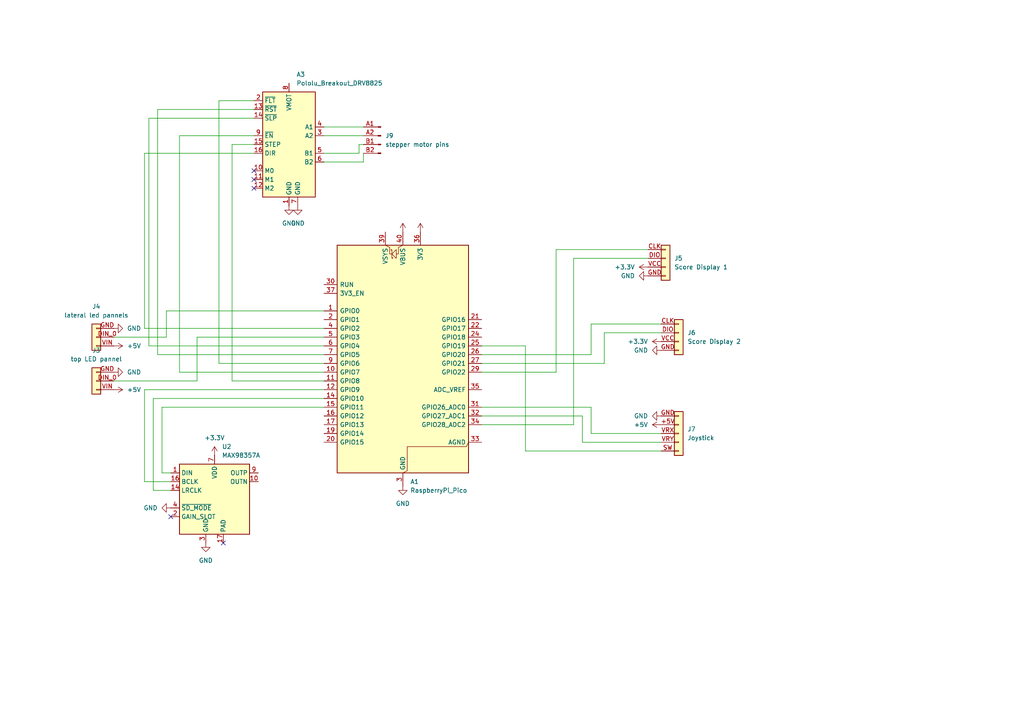
<source format=kicad_sch>
(kicad_sch (version 20250114) (generator "eeschema") (generator_version "9.0")
  (paper "A4")
  (lib_symbols
    (symbol "Audio:MAX98357A"
      (property "Reference" "U" (at -8.89 11.43 0))
      (property "Value" "MAX98357A" (at 10.16 11.43 0))
      (symbol "MAX98357A_1_1"
        (rectangle (start -10.16 10.16) (end 10.16 -10.16) (stroke (width 0.254)) (fill (type background)))
        (pin input line (at -12.7 7.62 0) (length 2.54) (name "DIN") (number "1"))
        (pin input line (at -12.7 5.08 0) (length 2.54) (name "BCLK") (number "16"))
        (pin input line (at -12.7 2.54 0) (length 2.54) (name "LRCLK") (number "14"))
        (pin input line (at -12.7 -2.54 0) (length 2.54) (name "~{SD_MODE}") (number "4"))
        (pin passive line (at -12.7 -5.08 0) (length 2.54) (name "GAIN_SLOT") (number "2"))
        (pin passive line (at -2.54 -12.7 90) (length 2.54) (hide yes) (name "GND") (number "11"))
        (pin passive line (at -2.54 -12.7 90) (length 2.54) (hide yes) (name "GND") (number "15"))
        (pin power_in line (at -2.54 -12.7 90) (length 2.54) (name "GND") (number "3"))
        (pin power_in line (at 0 12.7 270) (length 2.54) (name "VDD") (number "7"))
        (pin passive line (at 0 12.7 270) (length 2.54) (hide yes) (name "VDD") (number "8"))
        (pin unspecified line (at 2.54 -12.7 90) (length 2.54) (name "PAD") (number "17"))
        (pin no_connect line (at 10.16 2.54 180) (length 2.54) (hide yes) (name "NC") (number "5"))
        (pin no_connect line (at 10.16 0 180) (length 2.54) (hide yes) (name "NC") (number "6"))
        (pin no_connect line (at 10.16 -5.08 180) (length 2.54) (hide yes) (name "NC") (number "12"))
        (pin no_connect line (at 10.16 -7.62 180) (length 2.54) (hide yes) (name "NC") (number "13"))
        (pin output line (at 12.7 7.62 180) (length 2.54) (name "OUTP") (number "9"))
        (pin output line (at 12.7 5.08 180) (length 2.54) (name "OUTN") (number "10"))
      )
    )
    (symbol "Connector:Conn_01x04_Pin" (pin_names (offset 1.016) (hide yes))
      (property "Reference" "J9" (at -1.27 -2.5401 0))
      (property "Value" "Conn_01x04_Pin" (at -1.27 -0.0001 0))
      (symbol "Conn_01x04_Pin_1_1"
        (rectangle (start 0.8636 2.667) (end 0 2.413) (stroke (width 0.1524)) (fill (type outline)))
        (rectangle (start 0.8636 0.127) (end 0 -0.127) (stroke (width 0.1524)) (fill (type outline)))
        (rectangle (start 0.8636 -2.413) (end 0 -2.667) (stroke (width 0.1524)) (fill (type outline)))
        (rectangle (start 0.8636 -4.953) (end 0 -5.207) (stroke (width 0.1524)) (fill (type outline)))
        (polyline (pts (xy 1.27 2.54) (xy 0.8636 2.54)) (stroke (width 0.1524)))
        (polyline (pts (xy 1.27 0) (xy 0.8636 0)) (stroke (width 0.1524)))
        (polyline (pts (xy 1.27 -2.54) (xy 0.8636 -2.54)) (stroke (width 0.1524)))
        (polyline (pts (xy 1.27 -5.08) (xy 0.8636 -5.08)) (stroke (width 0.1524)))
        (pin passive line (at 5.08 2.54 180) (length 3.81) (name "B2") (number "B2"))
        (pin passive line (at 5.08 0 180) (length 3.81) (name "B1") (number "B1"))
        (pin passive line (at 5.08 -2.54 180) (length 3.81) (name "A2") (number "A2"))
        (pin passive line (at 5.08 -5.08 180) (length 3.81) (name "A1") (number "A1"))
      )
    )
    (symbol "Connector_Generic:Conn_01x03" (pin_names (offset 1.016) (hide yes))
      (property "Reference" "J3" (at 2.54 1.2701 0))
      (property "Value" "Conn_01x03" (at 2.54 -1.2699 0))
      (symbol "Conn_01x03_1_1"
        (rectangle (start -1.27 3.81) (end 1.27 -3.81) (stroke (width 0.254)) (fill (type background)))
        (rectangle (start -1.27 2.667) (end 0 2.413) (stroke (width 0.1524)))
        (rectangle (start -1.27 0.127) (end 0 -0.127) (stroke (width 0.1524)))
        (rectangle (start -1.27 -2.413) (end 0 -2.667) (stroke (width 0.1524)))
        (pin passive line (at -5.08 2.54 0) (length 3.81) (name "VIN") (number "VIN"))
        (pin passive line (at -5.08 0 0) (length 3.81) (name "DIN_0") (number "DIN_0"))
        (pin passive line (at -5.08 -2.54 0) (length 3.81) (name "GND") (number "GND"))
      )
    )
    (symbol "Connector_Generic:Conn_01x04" (pin_names (offset 1.016) (hide yes))
      (property "Reference" "J5" (at 2.54 0.0001 0))
      (property "Value" "Score Display 1" (at 2.54 -2.5399 0))
      (symbol "Conn_01x04_1_1"
        (rectangle (start -1.27 3.81) (end 1.27 -6.35) (stroke (width 0.254)) (fill (type background)))
        (rectangle (start -1.27 2.667) (end 0 2.413) (stroke (width 0.1524)))
        (rectangle (start -1.27 0.127) (end 0 -0.127) (stroke (width 0.1524)))
        (rectangle (start -1.27 -2.413) (end 0 -2.667) (stroke (width 0.1524)))
        (rectangle (start -1.27 -4.953) (end 0 -5.207) (stroke (width 0.1524)))
        (pin passive line (at -5.08 2.54 0) (length 3.81) (name "CLK") (number "CLK"))
        (pin passive line (at -5.08 0 0) (length 3.81) (name "DIO") (number "DIO"))
        (pin passive line (at -5.08 -2.54 0) (length 3.81) (name "VCC") (number "VCC"))
        (pin passive line (at -5.08 -5.08 0) (length 3.81) (name "GND") (number "GND"))
      )
    )
    (symbol "Connector_Generic:Conn_01x05" (pin_names (offset 1.016) (hide yes))
      (property "Reference" "J7" (at 2.54 1.2701 0))
      (property "Value" "Joystick" (at 2.54 -1.2699 0))
      (symbol "Conn_01x05_1_1"
        (rectangle (start -1.27 6.35) (end 1.27 -6.35) (stroke (width 0.254)) (fill (type background)))
        (rectangle (start -1.27 5.207) (end 0 4.953) (stroke (width 0.1524)))
        (rectangle (start -1.27 2.667) (end 0 2.413) (stroke (width 0.1524)))
        (rectangle (start -1.27 0.127) (end 0 -0.127) (stroke (width 0.1524)))
        (rectangle (start -1.27 -2.413) (end 0 -2.667) (stroke (width 0.1524)))
        (rectangle (start -1.27 -4.953) (end 0 -5.207) (stroke (width 0.1524)))
        (pin passive line (at -5.08 5.08 0) (length 3.81) (name "GND") (number "GND"))
        (pin passive line (at -5.08 2.54 0) (length 3.81) (name "+5V") (number "+5V"))
        (pin passive line (at -5.08 0 0) (length 3.81) (name "VRX") (number "VRX"))
        (pin passive line (at -5.08 -2.54 0) (length 3.81) (name "VRY") (number "VRY"))
        (pin passive line (at -5.08 -5.08 0) (length 3.81) (name "SW") (number "SW"))
      )
    )
    (symbol "Driver_Motor:Pololu_Breakout_DRV8825"
      (property "Reference" "A" (at -2.54 16.51 0))
      (property "Value" "Pololu_Breakout_DRV8825" (at -2.54 13.97 0))
      (symbol "Pololu_Breakout_DRV8825_0_1"
        (rectangle (start 7.62 -17.78) (end -7.62 12.7) (stroke (width 0.254)) (fill (type background)))
      )
      (symbol "Pololu_Breakout_DRV8825_1_1"
        (pin output line (at -10.16 10.16 0) (length 2.54) (name "~{FLT}") (number "2"))
        (pin input line (at -10.16 7.62 0) (length 2.54) (name "~{RST}") (number "13"))
        (pin input line (at -10.16 5.08 0) (length 2.54) (name "~{SLP}") (number "14"))
        (pin input line (at -10.16 0 0) (length 2.54) (name "~{EN}") (number "9"))
        (pin input line (at -10.16 -2.54 0) (length 2.54) (name "STEP") (number "15"))
        (pin input line (at -10.16 -5.08 0) (length 2.54) (name "DIR") (number "16"))
        (pin input line (at -10.16 -10.16 0) (length 2.54) (name "M0") (number "10"))
        (pin input line (at -10.16 -12.7 0) (length 2.54) (name "M1") (number "11"))
        (pin input line (at -10.16 -15.24 0) (length 2.54) (name "M2") (number "12"))
        (pin power_in line (at 0 15.24 270) (length 2.54) (name "VMOT") (number "8"))
        (pin power_in line (at 0 -20.32 90) (length 2.54) (name "GND") (number "1"))
        (pin power_in line (at 2.54 -20.32 90) (length 2.54) (name "GND") (number "7"))
        (pin output line (at 10.16 2.54 180) (length 2.54) (name "A1") (number "4"))
        (pin output line (at 10.16 0 180) (length 2.54) (name "A2") (number "3"))
        (pin output line (at 10.16 -5.08 180) (length 2.54) (name "B1") (number "5"))
        (pin output line (at 10.16 -7.62 180) (length 2.54) (name "B2") (number "6"))
      )
    )
    (symbol "MCU_Module:RaspberryPi_Pico" (pin_names (offset 0.762))
      (property "Reference" "A" (at -19.05 35.56 0))
      (property "Value" "RaspberryPi_Pico" (at 7.62 35.56 0))
      (symbol "RaspberryPi_Pico_0_1"
        (rectangle (start -19.05 34.29) (end 19.05 -31.75) (stroke (width 0.254)) (fill (type background)))
        (polyline (pts (xy -5.08 34.29) (xy -3.81 33.655) (xy -3.81 31.75) (xy -3.175 31.75)))
        (polyline (pts (xy -3.429 32.766) (xy -3.429 33.02) (xy -3.175 33.02) (xy -3.175 30.48) (xy -2.921 30.48) (xy -2.921 30.734)))
        (polyline (pts (xy -3.175 31.75) (xy -1.905 33.02) (xy -1.905 30.48) (xy -3.175 31.75)))
        (polyline (pts (xy 0 34.29) (xy -1.27 33.655) (xy -1.27 31.75) (xy -1.905 31.75)))
        (polyline (pts (xy 0 -31.75) (xy 1.27 -31.115) (xy 1.27 -24.13) (xy 18.415 -24.13) (xy 19.05 -22.86)))
      )
      (symbol "RaspberryPi_Pico_1_1"
        (pin passive line (at -22.86 22.86 0) (length 3.81) (name "RUN") (number "30"))
        (pin passive line (at -22.86 20.32 0) (length 3.81) (name "3V3_EN") (number "37"))
        (pin bidirectional line (at -22.86 15.24 0) (length 3.81) (name "GPIO0") (number "1"))
        (pin bidirectional line (at -22.86 12.7 0) (length 3.81) (name "GPIO1") (number "2"))
        (pin bidirectional line (at -22.86 10.16 0) (length 3.81) (name "GPIO2") (number "4"))
        (pin bidirectional line (at -22.86 7.62 0) (length 3.81) (name "GPIO3") (number "5"))
        (pin bidirectional line (at -22.86 5.08 0) (length 3.81) (name "GPIO4") (number "6"))
        (pin bidirectional line (at -22.86 2.54 0) (length 3.81) (name "GPIO5") (number "7"))
        (pin bidirectional line (at -22.86 0 0) (length 3.81) (name "GPIO6") (number "9"))
        (pin bidirectional line (at -22.86 -2.54 0) (length 3.81) (name "GPIO7") (number "10"))
        (pin bidirectional line (at -22.86 -5.08 0) (length 3.81) (name "GPIO8") (number "11"))
        (pin bidirectional line (at -22.86 -7.62 0) (length 3.81) (name "GPIO9") (number "12"))
        (pin bidirectional line (at -22.86 -10.16 0) (length 3.81) (name "GPIO10") (number "14"))
        (pin bidirectional line (at -22.86 -12.7 0) (length 3.81) (name "GPIO11") (number "15"))
        (pin bidirectional line (at -22.86 -15.24 0) (length 3.81) (name "GPIO12") (number "16"))
        (pin bidirectional line (at -22.86 -17.78 0) (length 3.81) (name "GPIO13") (number "17"))
        (pin bidirectional line (at -22.86 -20.32 0) (length 3.81) (name "GPIO14") (number "19"))
        (pin bidirectional line (at -22.86 -22.86 0) (length 3.81) (name "GPIO15") (number "20"))
        (pin power_in line (at -5.08 38.1 270) (length 3.81) (name "VSYS") (number "39"))
        (pin power_out line (at 0 38.1 270) (length 3.81) (name "VBUS") (number "40"))
        (pin passive line (at 0 -35.56 90) (length 3.81) (hide yes) (name "GND") (number "13"))
        (pin passive line (at 0 -35.56 90) (length 3.81) (hide yes) (name "GND") (number "18"))
        (pin passive line (at 0 -35.56 90) (length 3.81) (hide yes) (name "GND") (number "23"))
        (pin passive line (at 0 -35.56 90) (length 3.81) (hide yes) (name "GND") (number "28"))
        (pin power_out line (at 0 -35.56 90) (length 3.81) (name "GND") (number "3"))
        (pin passive line (at 0 -35.56 90) (length 3.81) (hide yes) (name "GND") (number "38"))
        (pin passive line (at 0 -35.56 90) (length 3.81) (hide yes) (name "GND") (number "8"))
        (pin power_out line (at 5.08 38.1 270) (length 3.81) (name "3V3") (number "36"))
        (pin bidirectional line (at 22.86 12.7 180) (length 3.81) (name "GPIO16") (number "21"))
        (pin bidirectional line (at 22.86 10.16 180) (length 3.81) (name "GPIO17") (number "22"))
        (pin bidirectional line (at 22.86 7.62 180) (length 3.81) (name "GPIO18") (number "24"))
        (pin bidirectional line (at 22.86 5.08 180) (length 3.81) (name "GPIO19") (number "25"))
        (pin bidirectional line (at 22.86 2.54 180) (length 3.81) (name "GPIO20") (number "26"))
        (pin bidirectional line (at 22.86 0 180) (length 3.81) (name "GPIO21") (number "27"))
        (pin bidirectional line (at 22.86 -2.54 180) (length 3.81) (name "GPIO22") (number "29"))
        (pin power_in line (at 22.86 -7.62 180) (length 3.81) (name "ADC_VREF") (number "35"))
        (pin bidirectional line (at 22.86 -12.7 180) (length 3.81) (name "GPIO26_ADC0") (number "31"))
        (pin bidirectional line (at 22.86 -15.24 180) (length 3.81) (name "GPIO27_ADC1") (number "32"))
        (pin bidirectional line (at 22.86 -17.78 180) (length 3.81) (name "GPIO28_ADC2") (number "34"))
        (pin power_out line (at 22.86 -22.86 180) (length 3.81) (name "AGND") (number "33"))
      )
    )
    (symbol "power:+3.3V" (power) (pin_numbers (hide yes)) (pin_names (offset 0) (hide yes))
      (property "Value" "+3.3V" (at 0 3.556 0))
      (symbol "+3.3V_0_1"
        (polyline (pts (xy -0.762 1.27) (xy 0 2.54)))
        (polyline (pts (xy 0 2.54) (xy 0.762 1.27)))
        (polyline (pts (xy 0 0) (xy 0 2.54)))
      )
      (symbol "+3.3V_1_1"
        (pin power_in line (at 0 0 90) (length 0) (name "~") (number "1"))
      )
    )
    (symbol "power:+3V3" (power) (pin_numbers (hide yes)) (pin_names (offset 0) (hide yes))
      (property "Value" "+3V3" (at 0 3.556 0))
      (symbol "+3V3_0_1"
        (polyline (pts (xy -0.762 1.27) (xy 0 2.54)))
        (polyline (pts (xy 0 2.54) (xy 0.762 1.27)))
        (polyline (pts (xy 0 0) (xy 0 2.54)))
      )
      (symbol "+3V3_1_1"
        (pin power_in line (at 0 0 90) (length 0) (name "~") (number "1"))
      )
    )
    (symbol "power:+5V" (power) (pin_numbers (hide yes)) (pin_names (offset 0) (hide yes))
      (property "Value" "+5V" (at 0 3.556 0))
      (symbol "+5V_0_1"
        (polyline (pts (xy -0.762 1.27) (xy 0 2.54)))
        (polyline (pts (xy 0 2.54) (xy 0.762 1.27)))
        (polyline (pts (xy 0 0) (xy 0 2.54)))
      )
      (symbol "+5V_1_1"
        (pin power_in line (at 0 0 90) (length 0) (name "~") (number "1"))
      )
    )
    (symbol "power:GND" (power) (pin_numbers (hide yes)) (pin_names (offset 0) (hide yes))
      (property "Value" "GND" (at 0 -3.81 0))
      (symbol "GND_0_1"
        (polyline (pts (xy 0 0) (xy 0 -1.27) (xy 1.27 -1.27) (xy 0 -2.54) (xy -1.27 -1.27) (xy 0 -1.27)))
      )
      (symbol "GND_1_1"
        (pin power_in line (at 0 0 270) (length 0) (name "~") (number "1"))
      )
    )
  )
  (no_connect (at 49.53 149.86))
  (no_connect (at 73.66 52.07))
  (no_connect (at 73.66 54.61))
  (no_connect (at 64.77 157.48))
  (no_connect (at 73.66 49.53))
  (wire (pts (xy 63.5 105.41) (xy 63.5 29.21)))
  (wire (pts (xy 93.98 115.57) (xy 44.45 115.57)))
  (wire (pts (xy 171.45 118.11) (xy 139.7 118.11)))
  (wire (pts (xy 171.45 125.73) (xy 171.45 118.11)))
  (wire (pts (xy 46.99 118.11) (xy 46.99 137.16)))
  (wire (pts (xy 67.31 41.91) (xy 67.31 110.49)))
  (wire (pts (xy 104.14 41.91) (xy 105.41 41.91)))
  (wire (pts (xy 93.98 118.11) (xy 46.99 118.11)))
  (wire (pts (xy 43.18 34.29) (xy 43.18 100.33)))
  (wire (pts (xy 93.98 44.45) (xy 104.14 44.45)))
  (wire (pts (xy 46.99 137.16) (xy 49.53 137.16)))
  (wire (pts (xy 93.98 95.25) (xy 41.91 95.25)))
  (wire (pts (xy 41.91 113.03) (xy 41.91 139.7)))
  (wire (pts (xy 52.07 39.37) (xy 52.07 107.95)))
  (wire (pts (xy 191.77 128.27) (xy 168.91 128.27)))
  (wire (pts (xy 93.98 100.33) (xy 43.18 100.33)))
  (wire (pts (xy 93.98 113.03) (xy 41.91 113.03)))
  (wire (pts (xy 67.31 41.91) (xy 73.66 41.91)))
  (wire (pts (xy 45.72 31.75) (xy 73.66 31.75)))
  (wire (pts (xy 171.45 93.98) (xy 191.77 93.98)))
  (wire (pts (xy 48.26 97.79) (xy 48.26 90.17)))
  (wire (pts (xy 57.15 110.49) (xy 57.15 97.79)))
  (wire (pts (xy 44.45 142.24) (xy 49.53 142.24)))
  (wire (pts (xy 161.29 72.39) (xy 187.96 72.39)))
  (wire (pts (xy 191.77 130.81) (xy 152.4 130.81)))
  (wire (pts (xy 139.7 102.87) (xy 171.45 102.87)))
  (wire (pts (xy 168.91 128.27) (xy 168.91 120.65)))
  (wire (pts (xy 152.4 100.33) (xy 139.7 100.33)))
  (wire (pts (xy 57.15 97.79) (xy 93.98 97.79)))
  (wire (pts (xy 93.98 107.95) (xy 52.07 107.95)))
  (wire (pts (xy 41.91 139.7) (xy 49.53 139.7)))
  (wire (pts (xy 166.37 74.93) (xy 187.96 74.93)))
  (wire (pts (xy 44.45 115.57) (xy 44.45 142.24)))
  (wire (pts (xy 175.26 105.41) (xy 175.26 96.52)))
  (wire (pts (xy 93.98 102.87) (xy 45.72 102.87)))
  (wire (pts (xy 41.91 44.45) (xy 73.66 44.45)))
  (wire (pts (xy 105.41 46.99) (xy 105.41 44.45)))
  (wire (pts (xy 33.02 97.79) (xy 48.26 97.79)))
  (wire (pts (xy 191.77 125.73) (xy 171.45 125.73)))
  (wire (pts (xy 48.26 90.17) (xy 93.98 90.17)))
  (wire (pts (xy 93.98 46.99) (xy 105.41 46.99)))
  (wire (pts (xy 152.4 130.81) (xy 152.4 100.33)))
  (wire (pts (xy 139.7 107.95) (xy 161.29 107.95)))
  (wire (pts (xy 93.98 105.41) (xy 63.5 105.41)))
  (wire (pts (xy 93.98 39.37) (xy 105.41 39.37)))
  (wire (pts (xy 139.7 123.19) (xy 166.37 123.19)))
  (wire (pts (xy 175.26 96.52) (xy 191.77 96.52)))
  (wire (pts (xy 166.37 123.19) (xy 166.37 74.93)))
  (wire (pts (xy 93.98 36.83) (xy 105.41 36.83)))
  (wire (pts (xy 161.29 107.95) (xy 161.29 72.39)))
  (wire (pts (xy 93.98 110.49) (xy 67.31 110.49)))
  (wire (pts (xy 104.14 44.45) (xy 104.14 41.91)))
  (wire (pts (xy 139.7 105.41) (xy 175.26 105.41)))
  (wire (pts (xy 43.18 34.29) (xy 73.66 34.29)))
  (wire (pts (xy 168.91 120.65) (xy 139.7 120.65)))
  (wire (pts (xy 63.5 29.21) (xy 73.66 29.21)))
  (wire (pts (xy 45.72 31.75) (xy 45.72 102.87)))
  (wire (pts (xy 171.45 102.87) (xy 171.45 93.98)))
  (wire (pts (xy 41.91 95.25) (xy 41.91 44.45)))
  (wire (pts (xy 33.02 110.49) (xy 57.15 110.49)))
  (wire (pts (xy 52.07 39.37) (xy 73.66 39.37)))
  (symbol (lib_id "Connector:Conn_01x04_Pin") (at 110.49 41.91 180) (unit 1)
    (property "Reference" "J9" (at 111.76 39.3699 0) (effects (justify right)))
    (property "Value" "stepper motor pins" (at 111.76 41.9099 0) (effects (justify right)))
    (property "Description" "Generic connector, single row, 01x04, script generated" (effects (hide yes)))
  )
  (symbol (lib_id "Connector_Generic:Conn_01x03") (at 27.94 110.49 180) (unit 1)
    (property "Reference" "J3" (at 27.94 101.6 0))
    (property "Value" "top LED pannel" (at 27.94 104.14 0))
    (property "Description" "Generic connector, single row, 01x03, script generated (kicad-library-utils/schlib/autogen/connector/)" (effects (hide yes)))
  )
  (symbol (lib_id "power:+5V") (at 191.77 123.19 90) (unit 1)
    (property "Reference" "#PWR016" (effects (hide yes)))
    (property "Value" "+5V" (at 187.96 123.1899 90) (effects (justify left)))
    (property "Description" "Power symbol creates a global label with name \"+5V\"" (effects (hide yes)))
  )
  (symbol (lib_id "power:GND") (at 116.84 140.97 0) (unit 1)
    (property "Reference" "#PWR03" (effects (hide yes)))
    (property "Value" "GND" (at 116.84 146.05 0))
    (property "Description" "Power symbol creates a global label with name \"GND\" , ground" (effects (hide yes)))
  )
  (symbol (lib_id "Connector_Generic:Conn_01x03") (at 27.94 97.79 180) (unit 1)
    (property "Reference" "J4" (at 27.94 88.9 0))
    (property "Value" "lateral led pannels" (at 27.94 91.44 0))
    (property "Description" "Generic connector, single row, 01x03, script generated (kicad-library-utils/schlib/autogen/connector/)" (effects (hide yes)))
  )
  (symbol (lib_id "MCU_Module:RaspberryPi_Pico") (at 116.84 105.41 0) (unit 1)
    (property "Reference" "A1" (at 118.9833 139.7 0) (effects (justify left)))
    (property "Value" "RaspberryPi_Pico" (at 118.9833 142.24 0) (effects (justify left)))
    (property "Footprint" "Module:RaspberryPi_Pico_Common_Unspecified" (effects (hide yes)))
    (property "Datasheet" "https://datasheets.raspberrypi.com/pico/pico-datasheet.pdf" (effects (hide yes)))
    (property "Description" "Versatile and inexpensive microcontroller module powered by RP2040 dual-core Arm Cortex-M0+ processor up to 133 MHz, 264kB SRAM, 2MB QSPI flash; also supports Raspberry Pi Pico 2" (effects (hide yes)))
  )
  (symbol (lib_id "power:GND") (at 33.02 95.25 90) (unit 1)
    (property "Reference" "#PWR05" (effects (hide yes)))
    (property "Value" "GND" (at 36.83 95.2499 90) (effects (justify right)))
    (property "Description" "Power symbol creates a global label with name \"GND\" , ground" (effects (hide yes)))
  )
  (symbol (lib_id "power:GND") (at 83.82 59.69 0) (unit 1)
    (property "Reference" "#PWR020" (effects (hide yes)))
    (property "Value" "GND" (at 83.82 64.77 0))
    (property "Description" "Power symbol creates a global label with name \"GND\" , ground" (effects (hide yes)))
  )
  (symbol (lib_id "power:GND") (at 59.69 157.48 0) (unit 1)
    (property "Reference" "#PWR01" (effects (hide yes)))
    (property "Value" "GND" (at 59.69 162.56 0))
    (property "Description" "Power symbol creates a global label with name \"GND\" , ground" (effects (hide yes)))
  )
  (symbol (lib_id "power:GND") (at 49.53 147.32 270) (unit 1)
    (property "Reference" "#PWR010" (effects (hide yes)))
    (property "Value" "GND" (at 45.72 147.3199 90) (effects (justify right)))
    (property "Description" "Power symbol creates a global label with name \"GND\" , ground" (effects (hide yes)))
  )
  (symbol (lib_id "power:GND") (at 86.36 59.69 0) (unit 1)
    (property "Reference" "#PWR021" (effects (hide yes)))
    (property "Value" "GND" (at 86.36 64.77 0))
    (property "Description" "Power symbol creates a global label with name \"GND\" , ground" (effects (hide yes)))
  )
  (symbol (lib_id "power:+5V") (at 33.02 100.33 270) (unit 1)
    (property "Reference" "#PWR08" (effects (hide yes)))
    (property "Value" "+5V" (at 36.83 100.3299 90) (effects (justify left)))
    (property "Description" "Power symbol creates a global label with name \"+5V\"" (effects (hide yes)))
  )
  (symbol (lib_id "power:+3.3V") (at 187.96 77.47 90) (unit 1)
    (property "Reference" "#PWR013" (effects (hide yes)))
    (property "Value" "+3.3V" (at 184.15 77.4699 90) (effects (justify left)))
    (property "Description" "Power symbol creates a global label with name \"+3.3V\"" (effects (hide yes)))
  )
  (symbol (lib_id "power:+3V3") (at 121.92 67.31 0) (unit 1)
    (property "Reference" "#PWR09" (effects (hide yes)))
    (property "Value" "+3V3" (effects (hide yes)))
    (property "Description" "Power symbol creates a global label with name \"+3V3\"" (effects (hide yes)))
  )
  (symbol (lib_id "Connector_Generic:Conn_01x04") (at 196.85 96.52 0) (unit 1)
    (property "Reference" "J6" (at 199.39 96.5199 0) (effects (justify left)))
    (property "Value" "Score Display 2" (at 199.39 99.0599 0) (effects (justify left)))
    (property "Description" "Generic connector, single row, 01x04, script generated (kicad-library-utils/schlib/autogen/connector/)" (effects (hide yes)))
  )
  (symbol (lib_id "power:GND") (at 191.77 120.65 270) (unit 1)
    (property "Reference" "#PWR015" (effects (hide yes)))
    (property "Value" "GND" (at 187.96 120.6499 90) (effects (justify right)))
    (property "Description" "Power symbol creates a global label with name \"GND\" , ground" (effects (hide yes)))
  )
  (symbol (lib_id "power:+3.3V") (at 191.77 99.06 90) (unit 1)
    (property "Reference" "#PWR014" (effects (hide yes)))
    (property "Value" "+3.3V" (at 187.96 99.0599 90) (effects (justify left)))
    (property "Description" "Power symbol creates a global label with name \"+3.3V\"" (effects (hide yes)))
  )
  (symbol (lib_id "Driver_Motor:Pololu_Breakout_DRV8825") (at 83.82 39.37 0) (unit 1)
    (property "Reference" "A3" (at 85.9633 21.59 0) (effects (justify left)))
    (property "Value" "Pololu_Breakout_DRV8825" (at 85.9633 24.13 0) (effects (justify left)))
    (property "Footprint" "Module:Pololu_Breakout-16_15.2x20.3mm" (effects (hide yes)))
    (property "Datasheet" "https://www.pololu.com/product/2982" (effects (hide yes)))
    (property "Description" "Pololu Breakout Board, Stepper Driver DRV8825" (effects (hide yes)))
  )
  (symbol (lib_id "power:+3.3V") (at 62.23 132.08 0) (unit 1)
    (property "Reference" "#PWR02" (effects (hide yes)))
    (property "Value" "+3.3V" (at 62.23 127 0))
    (property "Description" "Power symbol creates a global label with name \"+3.3V\"" (effects (hide yes)))
  )
  (symbol (lib_id "Audio:MAX98357A") (at 62.23 144.78 0) (unit 1)
    (property "Reference" "U2" (at 64.3733 129.54 0) (effects (justify left)))
    (property "Value" "MAX98357A" (at 64.3733 132.08 0) (effects (justify left)))
    (property "Footprint" "Package_DFN_QFN:TQFN-16-1EP_3x3mm_P0.5mm_EP1.23x1.23mm" (effects (hide yes)))
    (property "Datasheet" "https://www.analog.com/media/en/technical-documentation/data-sheets/MAX98357A-MAX98357B.pdf" (effects (hide yes)))
    (property "Description" "Mono DAC with amplifier, I2S, PCM, TDM, 32-bit, 96khz, 3.2W, TQFP-16" (effects (hide yes)))
  )
  (symbol (lib_id "power:+5V") (at 116.84 67.31 0) (unit 1)
    (property "Reference" "#PWR06" (effects (hide yes)))
    (property "Value" "+5V" (effects (hide yes)))
    (property "Description" "Power symbol creates a global label with name \"+5V\"" (effects (hide yes)))
  )
  (symbol (lib_id "Connector_Generic:Conn_01x05") (at 196.85 125.73 0) (unit 1)
    (property "Reference" "J7" (at 199.39 124.4599 0) (effects (justify left)))
    (property "Value" "Joystick" (at 199.39 126.9999 0) (effects (justify left)))
    (property "Description" "Generic connector, single row, 01x05, script generated (kicad-library-utils/schlib/autogen/connector/)" (effects (hide yes)))
  )
  (symbol (lib_id "power:GND") (at 33.02 107.95 90) (unit 1)
    (property "Reference" "#PWR04" (effects (hide yes)))
    (property "Value" "GND" (at 36.83 107.9499 90) (effects (justify right)))
    (property "Description" "Power symbol creates a global label with name \"GND\" , ground" (effects (hide yes)))
  )
  (symbol (lib_id "power:+5V") (at 33.02 113.03 270) (unit 1)
    (property "Reference" "#PWR07" (effects (hide yes)))
    (property "Value" "+5V" (at 36.83 113.0299 90) (effects (justify left)))
    (property "Description" "Power symbol creates a global label with name \"+5V\"" (effects (hide yes)))
  )
  (symbol (lib_id "Connector_Generic:Conn_01x04") (at 193.04 74.93 0) (unit 1)
    (property "Reference" "J5" (at 195.58 74.9299 0) (effects (justify left)))
    (property "Value" "Score Display 1" (at 195.58 77.4699 0) (effects (justify left)))
    (property "Description" "Generic connector, single row, 01x04, script generated (kicad-library-utils/schlib/autogen/connector/)" (effects (hide yes)))
  )
  (symbol (lib_id "power:GND") (at 191.77 101.6 270) (unit 1)
    (property "Reference" "#PWR012" (effects (hide yes)))
    (property "Value" "GND" (at 187.96 101.5999 90) (effects (justify right)))
    (property "Description" "Power symbol creates a global label with name \"GND\" , ground" (effects (hide yes)))
  )
  (symbol (lib_id "power:GND") (at 187.96 80.01 270) (unit 1)
    (property "Reference" "#PWR011" (effects (hide yes)))
    (property "Value" "GND" (at 184.15 80.0099 90) (effects (justify right)))
    (property "Description" "Power symbol creates a global label with name \"GND\" , ground" (effects (hide yes)))
  )
)
</source>
